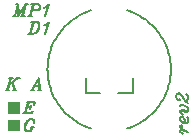
<source format=gto>
%FSLAX46Y46*%
%MOMM*%
%ADD10C,0.150000*%
G01*
%LPD*%
G36*
X-2000000Y-3750000D02*
X-3000000Y-3750000D01*
X-3000000Y-2750000D01*
X-2000000Y-2750000D01*
X-2000000Y-3750000D01*
D02*
G37*
%LPD*%
G36*
X-2000000Y-5250000D02*
X-3000000Y-5250000D01*
X-3000000Y-4250000D01*
X-2000000Y-4250000D01*
X-2000000Y-5250000D01*
D02*
G37*
G01*
%LPD*%
D10*
X-1202380Y3023809D02*
X-916666Y4023809D01*
D10*
X-1154761Y3023809D02*
X-869047Y4023809D01*
D10*
X-630952Y4023809D02*
X-1059523Y4023809D01*
D10*
X-488095Y3976190D02*
X-630952Y4023809D01*
D10*
X-440476Y3928571D02*
X-488095Y3976190D01*
D10*
X-392857Y3785714D02*
X-440476Y3928571D01*
D10*
X-392857Y3595238D02*
X-392857Y3785714D01*
D10*
X-440476Y3404762D02*
X-392857Y3595238D01*
D10*
X-535714Y3214285D02*
X-440476Y3404762D01*
D10*
X-630952Y3119047D02*
X-535714Y3214285D01*
D10*
X-726190Y3071428D02*
X-630952Y3119047D01*
D10*
X-916666Y3023809D02*
X-726190Y3071428D01*
D10*
X-1345238Y3023809D02*
X-916666Y3023809D01*
D10*
X-535714Y3976190D02*
X-630952Y4023809D01*
D10*
X-488095Y3928571D02*
X-535714Y3976190D01*
D10*
X-440476Y3785714D02*
X-488095Y3928571D01*
D10*
X-440476Y3595238D02*
X-440476Y3785714D01*
D10*
X-488095Y3404762D02*
X-440476Y3595238D01*
D10*
X-583333Y3214285D02*
X-488095Y3404762D01*
D10*
X-678571Y3119047D02*
X-583333Y3214285D01*
D10*
X-773809Y3071428D02*
X-678571Y3119047D01*
D10*
X-916666Y3023809D02*
X-773809Y3071428D01*
D10*
X83333Y3023809D02*
X321428Y3833333D01*
D10*
X130952Y3023809D02*
X416666Y4023809D01*
D10*
X273809Y3880952D02*
X416666Y4023809D01*
D10*
X130952Y3785714D02*
X273809Y3880952D01*
D10*
X35714Y3738095D02*
X130952Y3785714D01*
D10*
X178571Y3785714D02*
X369047Y3880952D01*
D10*
X35714Y3738095D02*
X178571Y3785714D01*
D10*
X-845238Y-4321428D02*
X-892857Y-4321428D01*
D10*
X-797619Y-4226190D02*
X-845238Y-4321428D01*
D10*
X-845238Y-4511905D02*
X-797619Y-4226190D01*
D10*
X-845238Y-4416666D02*
X-845238Y-4511905D01*
D10*
X-892857Y-4321428D02*
X-845238Y-4416666D01*
D10*
X-940476Y-4273809D02*
X-892857Y-4321428D01*
D10*
X-1035714Y-4226190D02*
X-940476Y-4273809D01*
D10*
X-1178571Y-4226190D02*
X-1035714Y-4226190D01*
D10*
X-1321428Y-4273809D02*
X-1178571Y-4226190D01*
D10*
X-1416666Y-4369047D02*
X-1321428Y-4273809D01*
D10*
X-1511904Y-4511905D02*
X-1416666Y-4369047D01*
D10*
X-1559523Y-4654762D02*
X-1511904Y-4511905D01*
D10*
X-1607142Y-4845238D02*
X-1559523Y-4654762D01*
D10*
X-1607142Y-4988095D02*
X-1607142Y-4845238D01*
D10*
X-1559523Y-5130952D02*
X-1607142Y-4988095D01*
D10*
X-1511904Y-5178571D02*
X-1559523Y-5130952D01*
D10*
X-1369047Y-5226190D02*
X-1511904Y-5178571D01*
D10*
X-1273809Y-5226190D02*
X-1369047Y-5226190D01*
D10*
X-1130952Y-5178571D02*
X-1273809Y-5226190D01*
D10*
X-1035714Y-5083333D02*
X-1130952Y-5178571D01*
D10*
X-940476Y-4892857D02*
X-1035714Y-5083333D01*
D10*
X-1273809Y-4273809D02*
X-1178571Y-4226190D01*
D10*
X-1369047Y-4369047D02*
X-1273809Y-4273809D01*
D10*
X-1464285Y-4511905D02*
X-1369047Y-4369047D01*
D10*
X-1511904Y-4654762D02*
X-1464285Y-4511905D01*
D10*
X-1559523Y-4845238D02*
X-1511904Y-4654762D01*
D10*
X-1559523Y-4988095D02*
X-1559523Y-4845238D01*
D10*
X-1511904Y-5130952D02*
X-1559523Y-4988095D01*
D10*
X-1464285Y-5178571D02*
X-1511904Y-5130952D01*
D10*
X-1369047Y-5226190D02*
X-1464285Y-5178571D01*
D10*
X-1178571Y-5178571D02*
X-1273809Y-5226190D01*
D10*
X-1083333Y-5083333D02*
X-1178571Y-5178571D01*
D10*
X-988095Y-4892857D02*
X-1083333Y-5083333D01*
D10*
X-797619Y-4892857D02*
X-1130952Y-4892857D01*
D10*
X-3107142Y-1726190D02*
X-2821428Y-726190D01*
D10*
X-3059523Y-1726190D02*
X-2773809Y-726190D01*
D10*
X-2964285Y-1345238D02*
X-2154762Y-726190D01*
D10*
X-2440476Y-1726190D02*
X-2630952Y-1154761D01*
D10*
X-2488095Y-1726190D02*
X-2678571Y-1154761D01*
D10*
X-2630952Y-726190D02*
X-2964285Y-726190D01*
D10*
X-2059523Y-726190D02*
X-2345238Y-726190D01*
D10*
X-2916666Y-1726190D02*
X-3250000Y-1726190D01*
D10*
X-2345238Y-1726190D02*
X-2630952Y-1726190D01*
D10*
X-2488095Y4523809D02*
X-2202381Y5523809D01*
D10*
X-2154761Y4523809D02*
X-2202381Y5523809D01*
D10*
X-2107142Y4619047D02*
X-2154761Y5523809D01*
D10*
X-2154761Y4523809D02*
X-1535714Y5523809D01*
D10*
X-1821428Y4523809D02*
X-1535714Y5523809D01*
D10*
X-1773809Y4523809D02*
X-1488095Y5523809D01*
D10*
X-2154761Y5523809D02*
X-2345238Y5523809D01*
D10*
X-1345238Y5523809D02*
X-1535714Y5523809D01*
D10*
X-2345238Y4523809D02*
X-2630952Y4523809D01*
D10*
X-1630952Y4523809D02*
X-1964285Y4523809D01*
D10*
X-1202380Y4523809D02*
X-916666Y5523809D01*
D10*
X-1154761Y4523809D02*
X-869047Y5523809D01*
D10*
X-488095Y5523809D02*
X-1059523Y5523809D01*
D10*
X-345238Y5476190D02*
X-488095Y5523809D01*
D10*
X-297619Y5380952D02*
X-345238Y5476190D01*
D10*
X-297619Y5285714D02*
X-297619Y5380952D01*
D10*
X-345238Y5142857D02*
X-297619Y5285714D01*
D10*
X-440476Y5047619D02*
X-345238Y5142857D01*
D10*
X-630952Y5000000D02*
X-440476Y5047619D01*
D10*
X-1011904Y5000000D02*
X-630952Y5000000D01*
D10*
X-392857Y5476190D02*
X-488095Y5523809D01*
D10*
X-345238Y5380952D02*
X-392857Y5476190D01*
D10*
X-345238Y5285714D02*
X-345238Y5380952D01*
D10*
X-392857Y5142857D02*
X-345238Y5285714D01*
D10*
X-488095Y5047619D02*
X-392857Y5142857D01*
D10*
X-630952Y5000000D02*
X-488095Y5047619D01*
D10*
X-1011904Y4523809D02*
X-1345238Y4523809D01*
D10*
X83333Y4523809D02*
X321428Y5333333D01*
D10*
X130952Y4523809D02*
X416666Y5523809D01*
D10*
X273809Y5380952D02*
X416666Y5523809D01*
D10*
X130952Y5285714D02*
X273809Y5380952D01*
D10*
X35714Y5238095D02*
X130952Y5285714D01*
D10*
X178571Y5285714D02*
X369047Y5380952D01*
D10*
X35714Y5238095D02*
X178571Y5285714D01*
D10*
X-1607142Y-3726190D02*
X-1321428Y-2726190D01*
D10*
X-1559523Y-3726190D02*
X-1273809Y-2726190D01*
D10*
X-1178571Y-3392857D02*
X-1083333Y-3011904D01*
D10*
X-750000Y-2726190D02*
X-1464285Y-2726190D01*
D10*
X-797619Y-3011904D02*
X-750000Y-2726190D01*
D10*
X-797619Y-2726190D02*
X-797619Y-3011904D01*
D10*
X-1130952Y-3202381D02*
X-1416666Y-3202381D01*
D10*
X-1035714Y-3726190D02*
X-1750000Y-3726190D01*
D10*
X-940476Y-3488095D02*
X-1035714Y-3726190D01*
D10*
X-1083333Y-3726190D02*
X-940476Y-3488095D01*
D10*
X11654762Y-5404762D02*
X11750000Y-5452381D01*
D10*
X11559524Y-5309524D02*
X11654762Y-5404762D01*
D10*
X11559524Y-5166666D02*
X11559524Y-5309524D01*
D10*
X11607143Y-5119047D02*
X11559524Y-5166666D01*
D10*
X11702381Y-5119047D02*
X11607143Y-5119047D01*
D10*
X11892857Y-5166666D02*
X11702381Y-5119047D01*
D10*
X12226190Y-5261905D02*
X11892857Y-5166666D01*
D10*
X11607143Y-5166666D02*
X11559524Y-5214285D01*
D10*
X11702381Y-5166666D02*
X11607143Y-5166666D01*
D10*
X11892857Y-5214285D02*
X11702381Y-5166666D01*
D10*
X12226190Y-5309524D02*
X11892857Y-5214285D01*
D10*
X11702381Y-5071428D02*
X11892857Y-5166666D01*
D10*
X11607143Y-4976190D02*
X11702381Y-5071428D01*
D10*
X11559524Y-4880952D02*
X11607143Y-4976190D01*
D10*
X11559524Y-4785714D02*
X11559524Y-4880952D01*
D10*
X11607143Y-4738095D02*
X11559524Y-4785714D01*
D10*
X11654762Y-4738095D02*
X11607143Y-4738095D01*
D10*
X11702381Y-4785714D02*
X11654762Y-4738095D01*
D10*
X11654762Y-4833333D02*
X11702381Y-4785714D01*
D10*
X11607143Y-4785714D02*
X11654762Y-4833333D01*
D10*
X11940476Y-4309524D02*
X11988095Y-4500000D01*
D10*
X11892857Y-4166666D02*
X11940476Y-4309524D01*
D10*
X11797619Y-4023809D02*
X11892857Y-4166666D01*
D10*
X11702381Y-3976190D02*
X11797619Y-4023809D01*
D10*
X11607143Y-4023809D02*
X11702381Y-3976190D01*
D10*
X11559524Y-4119047D02*
X11607143Y-4023809D01*
D10*
X11559524Y-4261905D02*
X11559524Y-4119047D01*
D10*
X11607143Y-4404762D02*
X11559524Y-4261905D01*
D10*
X11750000Y-4500000D02*
X11607143Y-4404762D01*
D10*
X11892857Y-4547619D02*
X11750000Y-4500000D01*
D10*
X12035714Y-4547619D02*
X11892857Y-4547619D01*
D10*
X12130952Y-4500000D02*
X12035714Y-4547619D01*
D10*
X12178571Y-4452381D02*
X12130952Y-4500000D01*
D10*
X12226190Y-4357143D02*
X12178571Y-4452381D01*
D10*
X12226190Y-4261905D02*
X12226190Y-4357143D01*
D10*
X12178571Y-4119047D02*
X12226190Y-4261905D01*
D10*
X12083333Y-4023809D02*
X12178571Y-4119047D01*
D10*
X11607143Y-4357143D02*
X11559524Y-4261905D01*
D10*
X11750000Y-4452381D02*
X11607143Y-4357143D01*
D10*
X11892857Y-4500000D02*
X11750000Y-4452381D01*
D10*
X12083333Y-4500000D02*
X11892857Y-4500000D01*
D10*
X12178571Y-4452381D02*
X12083333Y-4500000D01*
D10*
X11654762Y-3738095D02*
X11750000Y-3785714D01*
D10*
X11559524Y-3642857D02*
X11654762Y-3738095D01*
D10*
X11559524Y-3500000D02*
X11559524Y-3642857D01*
D10*
X11607143Y-3452381D02*
X11559524Y-3500000D01*
D10*
X11750000Y-3452381D02*
X11607143Y-3452381D01*
D10*
X12035714Y-3547619D02*
X11750000Y-3452381D01*
D10*
X12130952Y-3547619D02*
X12035714Y-3547619D01*
D10*
X12226190Y-3452381D02*
X12130952Y-3547619D01*
D10*
X11607143Y-3500000D02*
X11559524Y-3547619D01*
D10*
X11750000Y-3500000D02*
X11607143Y-3500000D01*
D10*
X12035714Y-3595238D02*
X11750000Y-3500000D01*
D10*
X12130952Y-3595238D02*
X12035714Y-3595238D01*
D10*
X12178571Y-3547619D02*
X12130952Y-3595238D01*
D10*
X12226190Y-3452381D02*
X12178571Y-3547619D01*
D10*
X12226190Y-3404762D02*
X12226190Y-3452381D01*
D10*
X12178571Y-3261904D02*
X12226190Y-3404762D01*
D10*
X12083333Y-3166666D02*
X12178571Y-3261904D01*
D10*
X11940476Y-3071428D02*
X12083333Y-3166666D01*
D10*
X11750000Y-3023809D02*
X11940476Y-3071428D01*
D10*
X11559524Y-3023809D02*
X11750000Y-3023809D01*
D10*
X11559524Y-3071428D02*
X11559524Y-3023809D01*
D10*
X11654762Y-3023809D02*
X11559524Y-3071428D01*
D10*
X11464286Y-2500000D02*
X11416667Y-2547619D01*
D10*
X11511905Y-2547619D02*
X11464286Y-2500000D01*
D10*
X11464286Y-2595238D02*
X11511905Y-2547619D01*
D10*
X11416667Y-2595238D02*
X11464286Y-2595238D01*
D10*
X11321429Y-2547619D02*
X11416667Y-2595238D01*
D10*
X11273810Y-2500000D02*
X11321429Y-2547619D01*
D10*
X11226190Y-2357143D02*
X11273810Y-2500000D01*
D10*
X11226190Y-2214285D02*
X11226190Y-2357143D01*
D10*
X11273810Y-2071428D02*
X11226190Y-2214285D01*
D10*
X11369048Y-2023809D02*
X11273810Y-2071428D01*
D10*
X11464286Y-2023809D02*
X11369048Y-2023809D01*
D10*
X11559524Y-2071428D02*
X11464286Y-2023809D01*
D10*
X11654762Y-2166666D02*
X11559524Y-2071428D01*
D10*
X11750000Y-2309523D02*
X11654762Y-2166666D01*
D10*
X11845238Y-2500000D02*
X11750000Y-2309523D01*
D10*
X11940476Y-2642857D02*
X11845238Y-2500000D01*
D10*
X12035714Y-2738095D02*
X11940476Y-2642857D01*
D10*
X12226190Y-2833333D02*
X12035714Y-2738095D01*
D10*
X11273810Y-2119047D02*
X11226190Y-2214285D01*
D10*
X11369048Y-2071428D02*
X11273810Y-2119047D01*
D10*
X11464286Y-2071428D02*
X11369048Y-2071428D01*
D10*
X11559524Y-2119047D02*
X11464286Y-2071428D01*
D10*
X11654762Y-2214285D02*
X11559524Y-2119047D01*
D10*
X11845238Y-2500000D02*
X11654762Y-2214285D01*
D10*
X12083333Y-2738095D02*
X12130952Y-2785714D01*
D10*
X12083333Y-2642857D02*
X12083333Y-2738095D01*
D10*
X12178571Y-2404762D02*
X12083333Y-2642857D01*
D10*
X12178571Y-2261904D02*
X12178571Y-2404762D01*
D10*
X12130952Y-2166666D02*
X12178571Y-2261904D01*
D10*
X12035714Y-2119047D02*
X12130952Y-2166666D01*
D10*
X12226190Y-2404762D02*
X12083333Y-2642857D01*
D10*
X12226190Y-2261904D02*
X12226190Y-2404762D01*
D10*
X12178571Y-2166666D02*
X12226190Y-2261904D01*
D10*
X12035714Y-2119047D02*
X12178571Y-2166666D01*
D10*
X-1000000Y-1726190D02*
X-380952Y-726190D01*
D10*
X-333333Y-1726190D02*
X-380952Y-726190D01*
D10*
X-380952Y-1726190D02*
X-428571Y-821428D01*
D10*
X-380952Y-1440476D02*
X-809523Y-1440476D01*
D10*
X-809523Y-1726190D02*
X-1095238Y-1726190D01*
D10*
X-238095Y-1726190D02*
X-523809Y-1726190D01*
D10*
X7025000Y-5000000D02*
X7223645Y-4936051D01*
D10*
X7223645Y-4936051D02*
X7419575Y-4864215D01*
D10*
X7419575Y-4864215D02*
X7612478Y-4784604D01*
D10*
X7612478Y-4784604D02*
X7802044Y-4697347D01*
D10*
X7802044Y-4697347D02*
X7987972Y-4602583D01*
D10*
X7987972Y-4602583D02*
X8169963Y-4500463D01*
D10*
X8169963Y-4500463D02*
X8347727Y-4391151D01*
D10*
X8347727Y-4391151D02*
X8520980Y-4274822D01*
D10*
X8520980Y-4274822D02*
X8689445Y-4151661D01*
D10*
X8689445Y-4151661D02*
X8852853Y-4021864D01*
D10*
X8852853Y-4021864D02*
X9010942Y-3885641D01*
D10*
X9010942Y-3885641D02*
X9163461Y-3743207D01*
D10*
X9163461Y-3743207D02*
X9310165Y-3594791D01*
D10*
X9310165Y-3594791D02*
X9450819Y-3440631D01*
D10*
X9450819Y-3440631D02*
X9585200Y-3280972D01*
D10*
X9585200Y-3280972D02*
X9713091Y-3116069D01*
D10*
X9713091Y-3116069D02*
X9834290Y-2946187D01*
D10*
X9834290Y-2946187D02*
X9948602Y-2771596D01*
D10*
X9948602Y-2771596D02*
X10055845Y-2592575D01*
D10*
X10055845Y-2592575D02*
X10155846Y-2409412D01*
D10*
X10155846Y-2409412D02*
X10248447Y-2222398D01*
D10*
X10248447Y-2222398D02*
X10333499Y-2031832D01*
D10*
X10333499Y-2031832D02*
X10410866Y-1838019D01*
D10*
X10410866Y-1838019D02*
X10480425Y-1641268D01*
D10*
X10480425Y-1641268D02*
X10542065Y-1441895D01*
D10*
X10542065Y-1441895D02*
X10595686Y-1240217D01*
D10*
X10595686Y-1240217D02*
X10641204Y-1036558D01*
D10*
X10641204Y-1036558D02*
X10678546Y-831241D01*
D10*
X10678546Y-831241D02*
X10707652Y-624597D01*
D10*
X10707652Y-624597D02*
X10728475Y-416954D01*
D10*
X10728475Y-416954D02*
X10740982Y-208644D01*
D10*
X10740982Y-208644D02*
X10745153Y-2D01*
D10*
X10745153Y-2D02*
X10740982Y208640D01*
D10*
X10740982Y208640D02*
X10728475Y416949D01*
D10*
X10728475Y416949D02*
X10707652Y624592D01*
D10*
X10707652Y624592D02*
X10678547Y831237D01*
D10*
X10678547Y831237D02*
X10641205Y1036553D01*
D10*
X10641205Y1036553D02*
X10595687Y1240213D01*
D10*
X10595687Y1240213D02*
X10542066Y1441891D01*
D10*
X10542066Y1441891D02*
X10480426Y1641264D01*
D10*
X10480426Y1641264D02*
X10410867Y1838014D01*
D10*
X10410867Y1838014D02*
X10333500Y2031828D01*
D10*
X10333500Y2031828D02*
X10248449Y2222394D01*
D10*
X10248449Y2222394D02*
X10155848Y2409408D01*
D10*
X10155848Y2409408D02*
X10055846Y2592572D01*
D10*
X10055846Y2592572D02*
X9948604Y2771593D01*
D10*
X9948604Y2771593D02*
X9834292Y2946185D01*
D10*
X9834292Y2946185D02*
X9713093Y3116068D01*
D10*
X9713093Y3116068D02*
X9585200Y3280971D01*
D10*
X9585200Y3280971D02*
X9450819Y3440631D01*
D10*
X9450819Y3440631D02*
X9310165Y3594791D01*
D10*
X9310165Y3594791D02*
X9163460Y3743208D01*
D10*
X9163460Y3743208D02*
X9010941Y3885642D01*
D10*
X9010941Y3885642D02*
X8852851Y4021866D01*
D10*
X8852851Y4021866D02*
X8689443Y4151662D01*
D10*
X8689443Y4151662D02*
X8520977Y4274824D01*
D10*
X8520977Y4274824D02*
X8347724Y4391154D01*
D10*
X8347724Y4391154D02*
X8169959Y4500466D01*
D10*
X8169959Y4500466D02*
X7987967Y4602585D01*
D10*
X7987967Y4602585D02*
X7802039Y4697349D01*
D10*
X7802039Y4697349D02*
X7612472Y4784606D01*
D10*
X7612472Y4784606D02*
X7419569Y4864217D01*
D10*
X7419569Y4864217D02*
X7223638Y4936054D01*
D10*
X7223638Y4936054D02*
X7024993Y5000002D01*
D10*
X4025000Y5000000D02*
X3826355Y4936051D01*
D10*
X3826355Y4936051D02*
X3630424Y4864214D01*
D10*
X3630424Y4864214D02*
X3437521Y4784604D01*
D10*
X3437521Y4784604D02*
X3247954Y4697346D01*
D10*
X3247954Y4697346D02*
X3062026Y4602582D01*
D10*
X3062026Y4602582D02*
X2880035Y4500462D01*
D10*
X2880035Y4500462D02*
X2702270Y4391150D01*
D10*
X2702270Y4391150D02*
X2529017Y4274819D01*
D10*
X2529017Y4274819D02*
X2360551Y4151658D01*
D10*
X2360551Y4151658D02*
X2197143Y4021861D01*
D10*
X2197143Y4021861D02*
X2039053Y3885637D01*
D10*
X2039053Y3885637D02*
X1886535Y3743203D01*
D10*
X1886535Y3743203D02*
X1739830Y3594787D01*
D10*
X1739830Y3594787D02*
X1599176Y3440625D01*
D10*
X1599176Y3440625D02*
X1464796Y3280967D01*
D10*
X1464796Y3280967D02*
X1336904Y3116063D01*
D10*
X1336904Y3116063D02*
X1215705Y2946180D01*
D10*
X1215705Y2946180D02*
X1101393Y2771588D01*
D10*
X1101393Y2771588D02*
X994151Y2592567D01*
D10*
X994151Y2592567D02*
X894150Y2409403D01*
D10*
X894150Y2409403D02*
X801549Y2222388D01*
D10*
X801549Y2222388D02*
X716497Y2031822D01*
D10*
X716497Y2031822D02*
X639130Y1838008D01*
D10*
X639130Y1838008D02*
X569571Y1641257D01*
D10*
X569571Y1641257D02*
X507932Y1441883D01*
D10*
X507932Y1441883D02*
X454310Y1240204D01*
D10*
X454310Y1240204D02*
X408793Y1036544D01*
D10*
X408793Y1036544D02*
X371451Y831227D01*
D10*
X371451Y831227D02*
X342347Y624581D01*
D10*
X342347Y624581D02*
X321524Y416938D01*
D10*
X321524Y416938D02*
X309017Y208628D01*
D10*
X309017Y208628D02*
X304847Y-14D01*
D10*
X304847Y-14D02*
X309019Y-208658D01*
D10*
X309019Y-208658D02*
X321526Y-416968D01*
D10*
X321526Y-416968D02*
X342350Y-624611D01*
D10*
X342350Y-624611D02*
X371456Y-831256D01*
D10*
X371456Y-831256D02*
X408799Y-1036573D01*
D10*
X408799Y-1036573D02*
X454318Y-1240233D01*
D10*
X454318Y-1240233D02*
X507940Y-1441911D01*
D10*
X507940Y-1441911D02*
X569580Y-1641285D01*
D10*
X569580Y-1641285D02*
X639140Y-1838036D01*
D10*
X639140Y-1838036D02*
X716509Y-2031849D01*
D10*
X716509Y-2031849D02*
X801562Y-2222415D01*
D10*
X801562Y-2222415D02*
X894164Y-2409430D01*
D10*
X894164Y-2409430D02*
X994166Y-2592593D01*
D10*
X994166Y-2592593D02*
X1101409Y-2771614D01*
D10*
X1101409Y-2771614D02*
X1215722Y-2946205D01*
D10*
X1215722Y-2946205D02*
X1336922Y-3116087D01*
D10*
X1336922Y-3116087D02*
X1464815Y-3280990D01*
D10*
X1464815Y-3280990D02*
X1599196Y-3440649D01*
D10*
X1599196Y-3440649D02*
X1739852Y-3594809D01*
D10*
X1739852Y-3594809D02*
X1886557Y-3743224D01*
D10*
X1886557Y-3743224D02*
X2039077Y-3885658D01*
D10*
X2039077Y-3885658D02*
X2197167Y-4021881D01*
D10*
X2197167Y-4021881D02*
X2360576Y-4151677D01*
D10*
X2360576Y-4151677D02*
X2529042Y-4274838D01*
D10*
X2529042Y-4274838D02*
X2702297Y-4391166D01*
D10*
X2702297Y-4391166D02*
X2880062Y-4500478D01*
D10*
X2880062Y-4500478D02*
X3062054Y-4602597D01*
D10*
X3062054Y-4602597D02*
X3247982Y-4697360D01*
D10*
X3247982Y-4697360D02*
X3437550Y-4784616D01*
D10*
X3437550Y-4784616D02*
X3630453Y-4864226D01*
D10*
X3630453Y-4864226D02*
X3826384Y-4936062D01*
D10*
X3826384Y-4936062D02*
X4025030Y-5000009D01*
D10*
X7525000Y-750000D02*
X7525000Y-2000000D01*
D10*
X4775000Y-2000000D02*
X3525000Y-2000000D01*
D10*
X3525000Y-2000000D02*
X3525000Y-750000D01*
D10*
X7525000Y-2000000D02*
X6275000Y-2000000D01*
G75*
M02*

</source>
